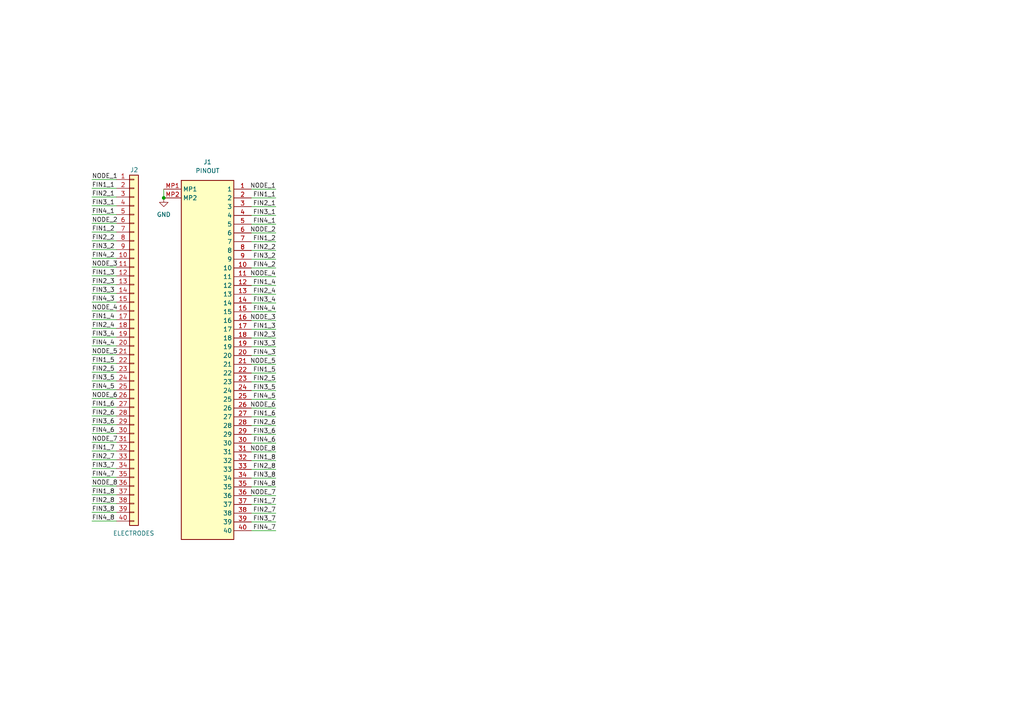
<source format=kicad_sch>
(kicad_sch (version 20230121) (generator eeschema)
  (paper "A4")
  (lib_symbols
    (symbol "Connector_Generic:Conn_01x40" (pin_names (offset 1.016) hide)
      (property "Reference" "J" (at 0 50.8 0))
      (property "Value" "Conn_01x40" (at 0 -53.34 0))
      (symbol "Conn_01x40_1_1"
        (rectangle (start -1.27 -50.673) (end 0 -50.927) (stroke (width 0.1524)))
        (rectangle (start -1.27 -48.133) (end 0 -48.387) (stroke (width 0.1524)))
        (rectangle (start -1.27 -45.593) (end 0 -45.847) (stroke (width 0.1524)))
        (rectangle (start -1.27 -43.053) (end 0 -43.307) (stroke (width 0.1524)))
        (rectangle (start -1.27 -40.513) (end 0 -40.767) (stroke (width 0.1524)))
        (rectangle (start -1.27 -37.973) (end 0 -38.227) (stroke (width 0.1524)))
        (rectangle (start -1.27 -35.433) (end 0 -35.687) (stroke (width 0.1524)))
        (rectangle (start -1.27 -32.893) (end 0 -33.147) (stroke (width 0.1524)))
        (rectangle (start -1.27 -30.353) (end 0 -30.607) (stroke (width 0.1524)))
        (rectangle (start -1.27 -27.813) (end 0 -28.067) (stroke (width 0.1524)))
        (rectangle (start -1.27 -25.273) (end 0 -25.527) (stroke (width 0.1524)))
        (rectangle (start -1.27 -22.733) (end 0 -22.987) (stroke (width 0.1524)))
        (rectangle (start -1.27 -20.193) (end 0 -20.447) (stroke (width 0.1524)))
        (rectangle (start -1.27 -17.653) (end 0 -17.907) (stroke (width 0.1524)))
        (rectangle (start -1.27 -15.113) (end 0 -15.367) (stroke (width 0.1524)))
        (rectangle (start -1.27 -12.573) (end 0 -12.827) (stroke (width 0.1524)))
        (rectangle (start -1.27 -10.033) (end 0 -10.287) (stroke (width 0.1524)))
        (rectangle (start -1.27 -7.493) (end 0 -7.747) (stroke (width 0.1524)))
        (rectangle (start -1.27 -4.953) (end 0 -5.207) (stroke (width 0.1524)))
        (rectangle (start -1.27 -2.413) (end 0 -2.667) (stroke (width 0.1524)))
        (rectangle (start -1.27 0.127) (end 0 -0.127) (stroke (width 0.1524)))
        (rectangle (start -1.27 2.667) (end 0 2.413) (stroke (width 0.1524)))
        (rectangle (start -1.27 5.207) (end 0 4.953) (stroke (width 0.1524)))
        (rectangle (start -1.27 7.747) (end 0 7.493) (stroke (width 0.1524)))
        (rectangle (start -1.27 10.287) (end 0 10.033) (stroke (width 0.1524)))
        (rectangle (start -1.27 12.827) (end 0 12.573) (stroke (width 0.1524)))
        (rectangle (start -1.27 15.367) (end 0 15.113) (stroke (width 0.1524)))
        (rectangle (start -1.27 17.907) (end 0 17.653) (stroke (width 0.1524)))
        (rectangle (start -1.27 20.447) (end 0 20.193) (stroke (width 0.1524)))
        (rectangle (start -1.27 22.987) (end 0 22.733) (stroke (width 0.1524)))
        (rectangle (start -1.27 25.527) (end 0 25.273) (stroke (width 0.1524)))
        (rectangle (start -1.27 28.067) (end 0 27.813) (stroke (width 0.1524)))
        (rectangle (start -1.27 30.607) (end 0 30.353) (stroke (width 0.1524)))
        (rectangle (start -1.27 33.147) (end 0 32.893) (stroke (width 0.1524)))
        (rectangle (start -1.27 35.687) (end 0 35.433) (stroke (width 0.1524)))
        (rectangle (start -1.27 38.227) (end 0 37.973) (stroke (width 0.1524)))
        (rectangle (start -1.27 40.767) (end 0 40.513) (stroke (width 0.1524)))
        (rectangle (start -1.27 43.307) (end 0 43.053) (stroke (width 0.1524)))
        (rectangle (start -1.27 45.847) (end 0 45.593) (stroke (width 0.1524)))
        (rectangle (start -1.27 48.387) (end 0 48.133) (stroke (width 0.1524)))
        (rectangle (start -1.27 49.53) (end 1.27 -52.07) (stroke (width 0.254)) (fill (type background)))
        (pin passive line (at -5.08 48.26 0) (length 3.81) (name "Pin_1") (number "1"))
        (pin passive line (at -5.08 25.4 0) (length 3.81) (name "Pin_10") (number "10"))
        (pin passive line (at -5.08 22.86 0) (length 3.81) (name "Pin_11") (number "11"))
        (pin passive line (at -5.08 20.32 0) (length 3.81) (name "Pin_12") (number "12"))
        (pin passive line (at -5.08 17.78 0) (length 3.81) (name "Pin_13") (number "13"))
        (pin passive line (at -5.08 15.24 0) (length 3.81) (name "Pin_14") (number "14"))
        (pin passive line (at -5.08 12.7 0) (length 3.81) (name "Pin_15") (number "15"))
        (pin passive line (at -5.08 10.16 0) (length 3.81) (name "Pin_16") (number "16"))
        (pin passive line (at -5.08 7.62 0) (length 3.81) (name "Pin_17") (number "17"))
        (pin passive line (at -5.08 5.08 0) (length 3.81) (name "Pin_18") (number "18"))
        (pin passive line (at -5.08 2.54 0) (length 3.81) (name "Pin_19") (number "19"))
        (pin passive line (at -5.08 45.72 0) (length 3.81) (name "Pin_2") (number "2"))
        (pin passive line (at -5.08 0 0) (length 3.81) (name "Pin_20") (number "20"))
        (pin passive line (at -5.08 -2.54 0) (length 3.81) (name "Pin_21") (number "21"))
        (pin passive line (at -5.08 -5.08 0) (length 3.81) (name "Pin_22") (number "22"))
        (pin passive line (at -5.08 -7.62 0) (length 3.81) (name "Pin_23") (number "23"))
        (pin passive line (at -5.08 -10.16 0) (length 3.81) (name "Pin_24") (number "24"))
        (pin passive line (at -5.08 -12.7 0) (length 3.81) (name "Pin_25") (number "25"))
        (pin passive line (at -5.08 -15.24 0) (length 3.81) (name "Pin_26") (number "26"))
        (pin passive line (at -5.08 -17.78 0) (length 3.81) (name "Pin_27") (number "27"))
        (pin passive line (at -5.08 -20.32 0) (length 3.81) (name "Pin_28") (number "28"))
        (pin passive line (at -5.08 -22.86 0) (length 3.81) (name "Pin_29") (number "29"))
        (pin passive line (at -5.08 43.18 0) (length 3.81) (name "Pin_3") (number "3"))
        (pin passive line (at -5.08 -25.4 0) (length 3.81) (name "Pin_30") (number "30"))
        (pin passive line (at -5.08 -27.94 0) (length 3.81) (name "Pin_31") (number "31"))
        (pin passive line (at -5.08 -30.48 0) (length 3.81) (name "Pin_32") (number "32"))
        (pin passive line (at -5.08 -33.02 0) (length 3.81) (name "Pin_33") (number "33"))
        (pin passive line (at -5.08 -35.56 0) (length 3.81) (name "Pin_34") (number "34"))
        (pin passive line (at -5.08 -38.1 0) (length 3.81) (name "Pin_35") (number "35"))
        (pin passive line (at -5.08 -40.64 0) (length 3.81) (name "Pin_36") (number "36"))
        (pin passive line (at -5.08 -43.18 0) (length 3.81) (name "Pin_37") (number "37"))
        (pin passive line (at -5.08 -45.72 0) (length 3.81) (name "Pin_38") (number "38"))
        (pin passive line (at -5.08 -48.26 0) (length 3.81) (name "Pin_39") (number "39"))
        (pin passive line (at -5.08 40.64 0) (length 3.81) (name "Pin_4") (number "4"))
        (pin passive line (at -5.08 -50.8 0) (length 3.81) (name "Pin_40") (number "40"))
        (pin passive line (at -5.08 38.1 0) (length 3.81) (name "Pin_5") (number "5"))
        (pin passive line (at -5.08 35.56 0) (length 3.81) (name "Pin_6") (number "6"))
        (pin passive line (at -5.08 33.02 0) (length 3.81) (name "Pin_7") (number "7"))
        (pin passive line (at -5.08 30.48 0) (length 3.81) (name "Pin_8") (number "8"))
        (pin passive line (at -5.08 27.94 0) (length 3.81) (name "Pin_9") (number "9"))
      )
    )
    (symbol "Misc[Personal]:F32D-1A7Y1-21040"
      (property "Reference" "J" (at 21.59 7.62 0))
      (property "Value" "F32D-1A7Y1-21040" (at 21.59 5.08 0))
      (symbol "F32D-1A7Y1-21040_1_1"
        (rectangle (start 5.08 2.54) (end 20.32 -101.6) (stroke (width 0.254)) (fill (type background)))
        (pin passive line (at 25.4 0 180) (length 5.08) (name "1") (number "1"))
        (pin passive line (at 25.4 -22.86 180) (length 5.08) (name "10") (number "10"))
        (pin passive line (at 25.4 -25.4 180) (length 5.08) (name "11") (number "11"))
        (pin passive line (at 25.4 -27.94 180) (length 5.08) (name "12") (number "12"))
        (pin passive line (at 25.4 -30.48 180) (length 5.08) (name "13") (number "13"))
        (pin passive line (at 25.4 -33.02 180) (length 5.08) (name "14") (number "14"))
        (pin passive line (at 25.4 -35.56 180) (length 5.08) (name "15") (number "15"))
        (pin passive line (at 25.4 -38.1 180) (length 5.08) (name "16") (number "16"))
        (pin passive line (at 25.4 -40.64 180) (length 5.08) (name "17") (number "17"))
        (pin passive line (at 25.4 -43.18 180) (length 5.08) (name "18") (number "18"))
        (pin passive line (at 25.4 -45.72 180) (length 5.08) (name "19") (number "19"))
        (pin passive line (at 25.4 -2.54 180) (length 5.08) (name "2") (number "2"))
        (pin passive line (at 25.4 -48.26 180) (length 5.08) (name "20") (number "20"))
        (pin passive line (at 25.4 -50.8 180) (length 5.08) (name "21") (number "21"))
        (pin passive line (at 25.4 -53.34 180) (length 5.08) (name "22") (number "22"))
        (pin passive line (at 25.4 -55.88 180) (length 5.08) (name "23") (number "23"))
        (pin passive line (at 25.4 -58.42 180) (length 5.08) (name "24") (number "24"))
        (pin passive line (at 25.4 -60.96 180) (length 5.08) (name "25") (number "25"))
        (pin passive line (at 25.4 -63.5 180) (length 5.08) (name "26") (number "26"))
        (pin passive line (at 25.4 -66.04 180) (length 5.08) (name "27") (number "27"))
        (pin passive line (at 25.4 -68.58 180) (length 5.08) (name "28") (number "28"))
        (pin passive line (at 25.4 -71.12 180) (length 5.08) (name "29") (number "29"))
        (pin passive line (at 25.4 -5.08 180) (length 5.08) (name "3") (number "3"))
        (pin passive line (at 25.4 -73.66 180) (length 5.08) (name "30") (number "30"))
        (pin passive line (at 25.4 -76.2 180) (length 5.08) (name "31") (number "31"))
        (pin passive line (at 25.4 -78.74 180) (length 5.08) (name "32") (number "32"))
        (pin passive line (at 25.4 -81.28 180) (length 5.08) (name "33") (number "33"))
        (pin passive line (at 25.4 -83.82 180) (length 5.08) (name "34") (number "34"))
        (pin passive line (at 25.4 -86.36 180) (length 5.08) (name "35") (number "35"))
        (pin passive line (at 25.4 -88.9 180) (length 5.08) (name "36") (number "36"))
        (pin passive line (at 25.4 -91.44 180) (length 5.08) (name "37") (number "37"))
        (pin passive line (at 25.4 -93.98 180) (length 5.08) (name "38") (number "38"))
        (pin passive line (at 25.4 -96.52 180) (length 5.08) (name "39") (number "39"))
        (pin passive line (at 25.4 -7.62 180) (length 5.08) (name "4") (number "4"))
        (pin passive line (at 25.4 -99.06 180) (length 5.08) (name "40") (number "40"))
        (pin passive line (at 25.4 -10.16 180) (length 5.08) (name "5") (number "5"))
        (pin passive line (at 25.4 -12.7 180) (length 5.08) (name "6") (number "6"))
        (pin passive line (at 25.4 -15.24 180) (length 5.08) (name "7") (number "7"))
        (pin passive line (at 25.4 -17.78 180) (length 5.08) (name "8") (number "8"))
        (pin passive line (at 25.4 -20.32 180) (length 5.08) (name "9") (number "9"))
        (pin passive line (at 0 0 0) (length 5.08) (name "MP1") (number "MP1"))
        (pin passive line (at 0 -2.54 0) (length 5.08) (name "MP2") (number "MP2"))
      )
    )
    (symbol "power:GND" (power) (pin_names (offset 0))
      (property "Value" "GND" (at 0 -3.81 0))
      (symbol "GND_0_1"
        (polyline (pts (xy 0 0) (xy 0 -1.27) (xy 1.27 -1.27) (xy 0 -2.54) (xy -1.27 -1.27) (xy 0 -1.27)))
      )
      (symbol "GND_1_1"
        (pin power_in line (at 0 0 270) (length 0) hide (name "GND") (number "1"))
      )
    )
  )
  (junction (at 47.498 57.404))
  (wire (pts (xy 26.67 52.07) (xy 33.782 52.07)))
  (wire (pts (xy 80.01 143.764) (xy 72.898 143.764)))
  (wire (pts (xy 80.01 85.344) (xy 72.898 85.344)))
  (wire (pts (xy 26.67 62.23) (xy 33.782 62.23)))
  (wire (pts (xy 80.01 57.404) (xy 72.898 57.404)))
  (wire (pts (xy 26.67 87.63) (xy 33.782 87.63)))
  (wire (pts (xy 26.67 97.79) (xy 33.782 97.79)))
  (wire (pts (xy 47.498 54.864) (xy 47.498 57.404)))
  (wire (pts (xy 80.01 146.304) (xy 72.898 146.304)))
  (wire (pts (xy 80.01 115.824) (xy 72.898 115.824)))
  (wire (pts (xy 80.01 103.124) (xy 72.898 103.124)))
  (wire (pts (xy 80.01 120.904) (xy 72.898 120.904)))
  (wire (pts (xy 80.01 70.104) (xy 72.898 70.104)))
  (wire (pts (xy 26.67 64.77) (xy 33.782 64.77)))
  (wire (pts (xy 80.01 80.264) (xy 72.898 80.264)))
  (wire (pts (xy 26.67 148.59) (xy 33.782 148.59)))
  (wire (pts (xy 26.67 151.13) (xy 33.782 151.13)))
  (wire (pts (xy 26.67 128.27) (xy 33.782 128.27)))
  (wire (pts (xy 80.01 153.924) (xy 72.898 153.924)))
  (wire (pts (xy 26.67 113.03) (xy 33.782 113.03)))
  (wire (pts (xy 80.01 67.564) (xy 72.898 67.564)))
  (wire (pts (xy 26.67 110.49) (xy 33.782 110.49)))
  (wire (pts (xy 26.67 80.01) (xy 33.782 80.01)))
  (wire (pts (xy 80.01 131.064) (xy 72.898 131.064)))
  (wire (pts (xy 26.67 133.35) (xy 33.782 133.35)))
  (wire (pts (xy 26.67 118.11) (xy 33.782 118.11)))
  (wire (pts (xy 80.01 87.884) (xy 72.898 87.884)))
  (wire (pts (xy 26.67 82.55) (xy 33.782 82.55)))
  (wire (pts (xy 26.67 54.61) (xy 33.782 54.61)))
  (wire (pts (xy 26.67 143.51) (xy 33.782 143.51)))
  (wire (pts (xy 26.67 95.25) (xy 33.782 95.25)))
  (wire (pts (xy 80.01 98.044) (xy 72.898 98.044)))
  (wire (pts (xy 72.898 90.424) (xy 80.01 90.424)))
  (wire (pts (xy 26.67 69.85) (xy 33.782 69.85)))
  (wire (pts (xy 80.01 54.864) (xy 72.898 54.864)))
  (wire (pts (xy 80.01 133.604) (xy 72.898 133.604)))
  (wire (pts (xy 80.01 136.144) (xy 72.898 136.144)))
  (wire (pts (xy 26.67 77.47) (xy 33.782 77.47)))
  (wire (pts (xy 26.67 125.73) (xy 33.782 125.73)))
  (wire (pts (xy 26.67 138.43) (xy 33.782 138.43)))
  (wire (pts (xy 26.67 140.97) (xy 33.782 140.97)))
  (wire (pts (xy 26.67 102.87) (xy 33.782 102.87)))
  (wire (pts (xy 80.01 92.964) (xy 72.898 92.964)))
  (wire (pts (xy 80.01 118.364) (xy 72.898 118.364)))
  (wire (pts (xy 80.01 100.584) (xy 72.898 100.584)))
  (wire (pts (xy 26.67 105.41) (xy 33.782 105.41)))
  (wire (pts (xy 80.01 123.444) (xy 72.898 123.444)))
  (wire (pts (xy 80.01 108.204) (xy 72.898 108.204)))
  (wire (pts (xy 80.01 113.284) (xy 72.898 113.284)))
  (wire (pts (xy 26.67 100.33) (xy 33.782 100.33)))
  (wire (pts (xy 26.67 67.31) (xy 33.782 67.31)))
  (wire (pts (xy 80.01 65.024) (xy 72.898 65.024)))
  (wire (pts (xy 80.01 82.804) (xy 72.898 82.804)))
  (wire (pts (xy 26.67 146.05) (xy 33.782 146.05)))
  (wire (pts (xy 80.01 141.224) (xy 72.898 141.224)))
  (wire (pts (xy 26.67 57.15) (xy 33.782 57.15)))
  (wire (pts (xy 26.67 92.71) (xy 33.782 92.71)))
  (wire (pts (xy 80.01 75.184) (xy 72.898 75.184)))
  (wire (pts (xy 26.67 120.65) (xy 33.782 120.65)))
  (wire (pts (xy 26.67 72.39) (xy 33.782 72.39)))
  (wire (pts (xy 26.67 123.19) (xy 33.782 123.19)))
  (wire (pts (xy 26.67 135.89) (xy 33.782 135.89)))
  (wire (pts (xy 80.01 110.744) (xy 72.898 110.744)))
  (wire (pts (xy 80.01 138.684) (xy 72.898 138.684)))
  (wire (pts (xy 80.01 128.524) (xy 72.898 128.524)))
  (wire (pts (xy 80.01 62.484) (xy 72.898 62.484)))
  (wire (pts (xy 26.67 115.57) (xy 33.782 115.57)))
  (wire (pts (xy 26.67 74.93) (xy 33.782 74.93)))
  (wire (pts (xy 80.01 77.724) (xy 72.898 77.724)))
  (wire (pts (xy 80.01 72.644) (xy 72.898 72.644)))
  (wire (pts (xy 80.01 59.944) (xy 72.898 59.944)))
  (wire (pts (xy 26.67 85.09) (xy 33.782 85.09)))
  (wire (pts (xy 80.01 148.844) (xy 72.898 148.844)))
  (wire (pts (xy 80.01 95.504) (xy 72.898 95.504)))
  (wire (pts (xy 80.01 125.984) (xy 72.898 125.984)))
  (wire (pts (xy 26.67 90.17) (xy 33.782 90.17)))
  (wire (pts (xy 26.67 107.95) (xy 33.782 107.95)))
  (wire (pts (xy 26.67 130.81) (xy 33.782 130.81)))
  (wire (pts (xy 80.01 151.384) (xy 72.898 151.384)))
  (wire (pts (xy 26.67 59.69) (xy 33.782 59.69)))
  (wire (pts (xy 80.01 105.664) (xy 72.898 105.664)))
  (label "FIN3_3" (at 80.01 100.584 180))
  (label "FIN2_7" (at 80.01 148.844 180))
  (label "FIN4_5" (at 26.67 113.03 0))
  (label "FIN1_8" (at 26.67 143.51 0))
  (label "FIN2_8" (at 80.01 136.144 180))
  (label "FIN2_2" (at 80.01 72.644 180))
  (label "FIN4_7" (at 80.01 153.924 180))
  (label "FIN2_3" (at 80.01 98.044 180))
  (label "NODE_8" (at 26.67 140.97 0))
  (label "FIN2_1" (at 80.01 59.944 180))
  (label "FIN4_5" (at 80.01 115.824 180))
  (label "FIN1_3" (at 26.67 80.01 0))
  (label "FIN4_8" (at 80.01 141.224 180))
  (label "FIN3_3" (at 26.67 85.09 0))
  (label "NODE_6" (at 26.67 115.57 0))
  (label "NODE_6" (at 80.01 118.364 180))
  (label "FIN2_3" (at 26.67 82.55 0))
  (label "FIN4_2" (at 26.67 74.93 0))
  (label "FIN1_7" (at 26.67 130.81 0))
  (label "FIN2_1" (at 26.67 57.15 0))
  (label "FIN2_6" (at 80.01 123.444 180))
  (label "FIN2_6" (at 26.67 120.65 0))
  (label "FIN2_2" (at 26.67 69.85 0))
  (label "FIN4_1" (at 80.01 65.024 180))
  (label "FIN4_3" (at 80.01 103.124 180))
  (label "FIN1_4" (at 26.67 92.71 0))
  (label "NODE_7" (at 26.67 128.27 0))
  (label "FIN3_8" (at 80.01 138.684 180))
  (label "NODE_3" (at 26.67 77.47 0))
  (label "FIN2_4" (at 80.01 85.344 180))
  (label "NODE_8" (at 80.01 131.064 180))
  (label "FIN1_5" (at 26.67 105.41 0))
  (label "FIN1_6" (at 80.01 120.904 180))
  (label "FIN2_5" (at 26.67 107.95 0))
  (label "NODE_7" (at 80.01 143.764 180))
  (label "FIN1_7" (at 80.01 146.304 180))
  (label "NODE_2" (at 80.01 67.564 180))
  (label "FIN1_3" (at 80.01 95.504 180))
  (label "NODE_3" (at 80.01 92.964 180))
  (label "FIN3_2" (at 26.67 72.39 0))
  (label "FIN2_8" (at 26.67 146.05 0))
  (label "NODE_4" (at 26.67 90.17 0))
  (label "FIN4_4" (at 26.67 100.33 0))
  (label "FIN3_2" (at 80.01 75.184 180))
  (label "FIN3_4" (at 26.67 97.79 0))
  (label "FIN4_1" (at 26.67 62.23 0))
  (label "NODE_1" (at 80.01 54.864 180))
  (label "FIN2_4" (at 26.67 95.25 0))
  (label "FIN1_1" (at 80.01 57.404 180))
  (label "FIN1_5" (at 80.01 108.204 180))
  (label "FIN1_1" (at 26.67 54.61 0))
  (label "FIN1_2" (at 80.01 70.104 180))
  (label "FIN4_2" (at 80.01 77.724 180))
  (label "NODE_5" (at 80.01 105.664 180))
  (label "FIN3_8" (at 26.67 148.59 0))
  (label "NODE_4" (at 80.01 80.264 180))
  (label "FIN3_4" (at 80.01 87.884 180))
  (label "FIN3_7" (at 80.01 151.384 180))
  (label "NODE_1" (at 26.67 52.07 0))
  (label "FIN3_7" (at 26.67 135.89 0))
  (label "FIN3_6" (at 26.67 123.19 0))
  (label "FIN4_4" (at 80.01 90.424 180))
  (label "FIN3_1" (at 26.67 59.69 0))
  (label "FIN3_5" (at 80.01 113.284 180))
  (label "FIN4_6" (at 26.67 125.73 0))
  (label "FIN1_2" (at 26.67 67.31 0))
  (label "FIN3_1" (at 80.01 62.484 180))
  (label "FIN2_7" (at 26.67 133.35 0))
  (label "FIN1_4" (at 80.01 82.804 180))
  (label "FIN4_3" (at 26.67 87.63 0))
  (label "FIN3_6" (at 80.01 125.984 180))
  (label "FIN3_5" (at 26.67 110.49 0))
  (label "NODE_2" (at 26.67 64.77 0))
  (label "FIN4_8" (at 26.67 151.13 0))
  (label "FIN2_5" (at 80.01 110.744 180))
  (label "NODE_5" (at 26.67 102.87 0))
  (label "FIN4_6" (at 80.01 128.524 180))
  (label "FIN4_7" (at 26.67 138.43 0))
  (label "FIN1_8" (at 80.01 133.604 180))
  (label "FIN1_6" (at 26.67 118.11 0))
  (symbol (lib_id "Misc[Personal]:F32D-1A7Y1-21040") (at 47.498 54.864 0) (unit 1)
    (property "Reference" "J1" (at 60.198 46.99 0))
    (property "Value" "PINOUT" (at 60.198 49.53 0))
    (property "Footprint" "Misc[Personal]:F32D1A7Y121040" (effects hide))
    (property "Datasheet" "https://cdn.amphenol-cs.com/media/wysiwyg/files/drawing/f32d.pdf" (effects hide))
    (property "Height" "2.26" (effects hide))
    (property "Manufacturer_Name" "Amphenol" (effects hide))
    (property "Manufacturer_Part_Number" "F32D-1A7Y1-21040" (effects hide))
  )
  (symbol (lib_id "Connector_Generic:Conn_01x40") (at 38.862 100.33 0) (unit 1)
    (property "Reference" "J2" (at 37.719 49.276 0) (effects (justify left)))
    (property "Value" "ELECTRODES" (at 32.766 154.686 0) (effects (justify left)))
    (property "Footprint" "Epiph:adaptive-array" (effects hide))
  )
  (symbol (lib_id "power:GND") (at 47.498 57.404 0) (unit 1)
    (property "Reference" "#PWR01" (effects hide))
    (property "Value" "GND" (at 47.498 62.23 0))
  )
)
</source>
